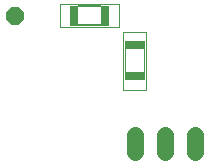
<source format=gbr>
G75*
%MOIN*%
%OFA0B0*%
%FSLAX24Y24*%
%IPPOS*%
%LPD*%
%AMOC8*
5,1,8,0,0,1.08239X$1,22.5*
%
%ADD10C,0.0560*%
%ADD11R,0.0240X0.0240*%
%ADD12C,0.0020*%
%ADD13C,0.0040*%
%ADD14R,0.0669X0.0295*%
%ADD15C,0.0060*%
%ADD16R,0.0290X0.0690*%
%ADD17OC8,0.0600*%
%ADD18R,0.0200X0.0200*%
D10*
X005600Y030070D02*
X005600Y030630D01*
X006600Y030630D02*
X006600Y030070D01*
X007600Y030070D02*
X007600Y030630D01*
D11*
X007600Y030350D03*
X006600Y030350D03*
X005600Y030350D03*
D12*
X005987Y032126D02*
X005213Y032126D01*
X005213Y034074D01*
X005987Y034074D01*
X005987Y032126D01*
X005074Y034213D02*
X003126Y034213D01*
X003126Y034987D01*
X005074Y034987D01*
X005074Y034213D01*
D13*
X005290Y033480D02*
X005290Y032720D01*
X005910Y032720D02*
X005910Y033480D01*
D14*
X005600Y033622D03*
X005600Y032578D03*
D15*
X004475Y034280D02*
X003720Y034280D01*
X003720Y034920D02*
X004475Y034920D01*
D16*
X004620Y034600D03*
X003580Y034600D03*
D17*
X001600Y034600D03*
D18*
X001600Y034600D03*
M02*

</source>
